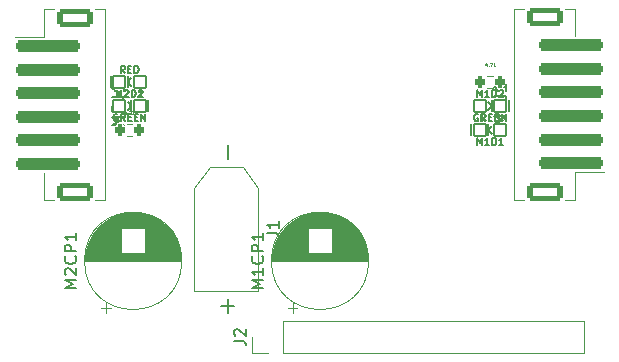
<source format=gto>
%TF.GenerationSoftware,KiCad,Pcbnew,(6.0.0-0)*%
%TF.CreationDate,2022-03-27T14:29:04+08:00*%
%TF.ProjectId,driver,64726976-6572-42e6-9b69-6361645f7063,rev?*%
%TF.SameCoordinates,Original*%
%TF.FileFunction,Legend,Top*%
%TF.FilePolarity,Positive*%
%FSLAX46Y46*%
G04 Gerber Fmt 4.6, Leading zero omitted, Abs format (unit mm)*
G04 Created by KiCad (PCBNEW (6.0.0-0)) date 2022-03-27 14:29:04*
%MOMM*%
%LPD*%
G01*
G04 APERTURE LIST*
G04 Aperture macros list*
%AMRoundRect*
0 Rectangle with rounded corners*
0 $1 Rounding radius*
0 $2 $3 $4 $5 $6 $7 $8 $9 X,Y pos of 4 corners*
0 Add a 4 corners polygon primitive as box body*
4,1,4,$2,$3,$4,$5,$6,$7,$8,$9,$2,$3,0*
0 Add four circle primitives for the rounded corners*
1,1,$1+$1,$2,$3*
1,1,$1+$1,$4,$5*
1,1,$1+$1,$6,$7*
1,1,$1+$1,$8,$9*
0 Add four rect primitives between the rounded corners*
20,1,$1+$1,$2,$3,$4,$5,0*
20,1,$1+$1,$4,$5,$6,$7,0*
20,1,$1+$1,$6,$7,$8,$9,0*
20,1,$1+$1,$8,$9,$2,$3,0*%
G04 Aperture macros list end*
%ADD10C,0.127000*%
%ADD11C,0.150000*%
%ADD12C,0.045000*%
%ADD13C,0.120000*%
%ADD14RoundRect,0.101600X-0.499110X0.499110X-0.499110X-0.499110X0.499110X-0.499110X0.499110X0.499110X0*%
%ADD15RoundRect,0.101600X0.499110X-0.499110X0.499110X0.499110X-0.499110X0.499110X-0.499110X-0.499110X0*%
%ADD16RoundRect,0.250000X2.500000X-0.250000X2.500000X0.250000X-2.500000X0.250000X-2.500000X-0.250000X0*%
%ADD17RoundRect,0.250000X1.250000X-0.550000X1.250000X0.550000X-1.250000X0.550000X-1.250000X-0.550000X0*%
%ADD18RoundRect,0.200000X0.200000X0.275000X-0.200000X0.275000X-0.200000X-0.275000X0.200000X-0.275000X0*%
%ADD19RoundRect,0.250000X-2.500000X0.250000X-2.500000X-0.250000X2.500000X-0.250000X2.500000X0.250000X0*%
%ADD20RoundRect,0.250000X-1.250000X0.550000X-1.250000X-0.550000X1.250000X-0.550000X1.250000X0.550000X0*%
%ADD21R,1.700000X1.700000*%
%ADD22O,1.700000X1.700000*%
%ADD23R,1.600000X1.600000*%
%ADD24C,1.600000*%
%ADD25R,3.800000X3.800000*%
%ADD26C,4.000000*%
G04 APERTURE END LIST*
D10*
%TO.C,M2D2*%
X152213128Y-103887971D02*
X152213128Y-103278371D01*
X152416328Y-103713800D01*
X152619528Y-103278371D01*
X152619528Y-103887971D01*
X152880785Y-103336428D02*
X152909814Y-103307400D01*
X152967871Y-103278371D01*
X153113014Y-103278371D01*
X153171071Y-103307400D01*
X153200100Y-103336428D01*
X153229128Y-103394485D01*
X153229128Y-103452542D01*
X153200100Y-103539628D01*
X152851757Y-103887971D01*
X153229128Y-103887971D01*
X153490385Y-103887971D02*
X153490385Y-103278371D01*
X153635528Y-103278371D01*
X153722614Y-103307400D01*
X153780671Y-103365457D01*
X153809700Y-103423514D01*
X153838728Y-103539628D01*
X153838728Y-103626714D01*
X153809700Y-103742828D01*
X153780671Y-103800885D01*
X153722614Y-103858942D01*
X153635528Y-103887971D01*
X153490385Y-103887971D01*
X154070957Y-103336428D02*
X154099985Y-103307400D01*
X154158042Y-103278371D01*
X154303185Y-103278371D01*
X154361242Y-103307400D01*
X154390271Y-103336428D01*
X154419300Y-103394485D01*
X154419300Y-103452542D01*
X154390271Y-103539628D01*
X154041928Y-103887971D01*
X154419300Y-103887971D01*
X152285700Y-105339400D02*
X152227642Y-105310371D01*
X152140557Y-105310371D01*
X152053471Y-105339400D01*
X151995414Y-105397457D01*
X151966385Y-105455514D01*
X151937357Y-105571628D01*
X151937357Y-105658714D01*
X151966385Y-105774828D01*
X151995414Y-105832885D01*
X152053471Y-105890942D01*
X152140557Y-105919971D01*
X152198614Y-105919971D01*
X152285700Y-105890942D01*
X152314728Y-105861914D01*
X152314728Y-105658714D01*
X152198614Y-105658714D01*
X152924328Y-105919971D02*
X152721128Y-105629685D01*
X152575985Y-105919971D02*
X152575985Y-105310371D01*
X152808214Y-105310371D01*
X152866271Y-105339400D01*
X152895300Y-105368428D01*
X152924328Y-105426485D01*
X152924328Y-105513571D01*
X152895300Y-105571628D01*
X152866271Y-105600657D01*
X152808214Y-105629685D01*
X152575985Y-105629685D01*
X153185585Y-105600657D02*
X153388785Y-105600657D01*
X153475871Y-105919971D02*
X153185585Y-105919971D01*
X153185585Y-105310371D01*
X153475871Y-105310371D01*
X153737128Y-105600657D02*
X153940328Y-105600657D01*
X154027414Y-105919971D02*
X153737128Y-105919971D01*
X153737128Y-105310371D01*
X154027414Y-105310371D01*
X154288671Y-105919971D02*
X154288671Y-105310371D01*
X154637014Y-105919971D01*
X154637014Y-105310371D01*
%TO.C,M2D1*%
X152213128Y-103887971D02*
X152213128Y-103278371D01*
X152416328Y-103713800D01*
X152619528Y-103278371D01*
X152619528Y-103887971D01*
X152880785Y-103336428D02*
X152909814Y-103307400D01*
X152967871Y-103278371D01*
X153113014Y-103278371D01*
X153171071Y-103307400D01*
X153200100Y-103336428D01*
X153229128Y-103394485D01*
X153229128Y-103452542D01*
X153200100Y-103539628D01*
X152851757Y-103887971D01*
X153229128Y-103887971D01*
X153490385Y-103887971D02*
X153490385Y-103278371D01*
X153635528Y-103278371D01*
X153722614Y-103307400D01*
X153780671Y-103365457D01*
X153809700Y-103423514D01*
X153838728Y-103539628D01*
X153838728Y-103626714D01*
X153809700Y-103742828D01*
X153780671Y-103800885D01*
X153722614Y-103858942D01*
X153635528Y-103887971D01*
X153490385Y-103887971D01*
X154419300Y-103887971D02*
X154070957Y-103887971D01*
X154245128Y-103887971D02*
X154245128Y-103278371D01*
X154187071Y-103365457D01*
X154129014Y-103423514D01*
X154070957Y-103452542D01*
X152909814Y-101855971D02*
X152706614Y-101565685D01*
X152561471Y-101855971D02*
X152561471Y-101246371D01*
X152793700Y-101246371D01*
X152851757Y-101275400D01*
X152880785Y-101304428D01*
X152909814Y-101362485D01*
X152909814Y-101449571D01*
X152880785Y-101507628D01*
X152851757Y-101536657D01*
X152793700Y-101565685D01*
X152561471Y-101565685D01*
X153171071Y-101536657D02*
X153374271Y-101536657D01*
X153461357Y-101855971D02*
X153171071Y-101855971D01*
X153171071Y-101246371D01*
X153461357Y-101246371D01*
X153722614Y-101855971D02*
X153722614Y-101246371D01*
X153867757Y-101246371D01*
X153954842Y-101275400D01*
X154012900Y-101333457D01*
X154041928Y-101391514D01*
X154070957Y-101507628D01*
X154070957Y-101594714D01*
X154041928Y-101710828D01*
X154012900Y-101768885D01*
X153954842Y-101826942D01*
X153867757Y-101855971D01*
X153722614Y-101855971D01*
%TO.C,M1D1*%
X182744428Y-107951971D02*
X182744428Y-107342371D01*
X182947628Y-107777800D01*
X183150828Y-107342371D01*
X183150828Y-107951971D01*
X183760428Y-107951971D02*
X183412085Y-107951971D01*
X183586257Y-107951971D02*
X183586257Y-107342371D01*
X183528200Y-107429457D01*
X183470142Y-107487514D01*
X183412085Y-107516542D01*
X184021685Y-107951971D02*
X184021685Y-107342371D01*
X184166828Y-107342371D01*
X184253914Y-107371400D01*
X184311971Y-107429457D01*
X184341000Y-107487514D01*
X184370028Y-107603628D01*
X184370028Y-107690714D01*
X184341000Y-107806828D01*
X184311971Y-107864885D01*
X184253914Y-107922942D01*
X184166828Y-107951971D01*
X184021685Y-107951971D01*
X184950600Y-107951971D02*
X184602257Y-107951971D01*
X184776428Y-107951971D02*
X184776428Y-107342371D01*
X184718371Y-107429457D01*
X184660314Y-107487514D01*
X184602257Y-107516542D01*
X183441114Y-105919971D02*
X183237914Y-105629685D01*
X183092771Y-105919971D02*
X183092771Y-105310371D01*
X183325000Y-105310371D01*
X183383057Y-105339400D01*
X183412085Y-105368428D01*
X183441114Y-105426485D01*
X183441114Y-105513571D01*
X183412085Y-105571628D01*
X183383057Y-105600657D01*
X183325000Y-105629685D01*
X183092771Y-105629685D01*
X183702371Y-105600657D02*
X183905571Y-105600657D01*
X183992657Y-105919971D02*
X183702371Y-105919971D01*
X183702371Y-105310371D01*
X183992657Y-105310371D01*
X184253914Y-105919971D02*
X184253914Y-105310371D01*
X184399057Y-105310371D01*
X184486142Y-105339400D01*
X184544200Y-105397457D01*
X184573228Y-105455514D01*
X184602257Y-105571628D01*
X184602257Y-105658714D01*
X184573228Y-105774828D01*
X184544200Y-105832885D01*
X184486142Y-105890942D01*
X184399057Y-105919971D01*
X184253914Y-105919971D01*
D11*
%TO.C,M1J1*%
X185202380Y-106162466D02*
X184202380Y-106162466D01*
X184916666Y-105829133D01*
X184202380Y-105495800D01*
X185202380Y-105495800D01*
X185202380Y-104495800D02*
X185202380Y-105067228D01*
X185202380Y-104781514D02*
X184202380Y-104781514D01*
X184345238Y-104876752D01*
X184440476Y-104971990D01*
X184488095Y-105067228D01*
X184202380Y-103781514D02*
X184916666Y-103781514D01*
X185059523Y-103829133D01*
X185154761Y-103924371D01*
X185202380Y-104067228D01*
X185202380Y-104162466D01*
X185202380Y-102781514D02*
X185202380Y-103352942D01*
X185202380Y-103067228D02*
X184202380Y-103067228D01*
X184345238Y-103162466D01*
X184440476Y-103257704D01*
X184488095Y-103352942D01*
D10*
%TO.C,M1D2*%
X182744428Y-103887971D02*
X182744428Y-103278371D01*
X182947628Y-103713800D01*
X183150828Y-103278371D01*
X183150828Y-103887971D01*
X183760428Y-103887971D02*
X183412085Y-103887971D01*
X183586257Y-103887971D02*
X183586257Y-103278371D01*
X183528200Y-103365457D01*
X183470142Y-103423514D01*
X183412085Y-103452542D01*
X184021685Y-103887971D02*
X184021685Y-103278371D01*
X184166828Y-103278371D01*
X184253914Y-103307400D01*
X184311971Y-103365457D01*
X184341000Y-103423514D01*
X184370028Y-103539628D01*
X184370028Y-103626714D01*
X184341000Y-103742828D01*
X184311971Y-103800885D01*
X184253914Y-103858942D01*
X184166828Y-103887971D01*
X184021685Y-103887971D01*
X184602257Y-103336428D02*
X184631285Y-103307400D01*
X184689342Y-103278371D01*
X184834485Y-103278371D01*
X184892542Y-103307400D01*
X184921571Y-103336428D01*
X184950600Y-103394485D01*
X184950600Y-103452542D01*
X184921571Y-103539628D01*
X184573228Y-103887971D01*
X184950600Y-103887971D01*
X182817000Y-105339400D02*
X182758942Y-105310371D01*
X182671857Y-105310371D01*
X182584771Y-105339400D01*
X182526714Y-105397457D01*
X182497685Y-105455514D01*
X182468657Y-105571628D01*
X182468657Y-105658714D01*
X182497685Y-105774828D01*
X182526714Y-105832885D01*
X182584771Y-105890942D01*
X182671857Y-105919971D01*
X182729914Y-105919971D01*
X182817000Y-105890942D01*
X182846028Y-105861914D01*
X182846028Y-105658714D01*
X182729914Y-105658714D01*
X183455628Y-105919971D02*
X183252428Y-105629685D01*
X183107285Y-105919971D02*
X183107285Y-105310371D01*
X183339514Y-105310371D01*
X183397571Y-105339400D01*
X183426600Y-105368428D01*
X183455628Y-105426485D01*
X183455628Y-105513571D01*
X183426600Y-105571628D01*
X183397571Y-105600657D01*
X183339514Y-105629685D01*
X183107285Y-105629685D01*
X183716885Y-105600657D02*
X183920085Y-105600657D01*
X184007171Y-105919971D02*
X183716885Y-105919971D01*
X183716885Y-105310371D01*
X184007171Y-105310371D01*
X184268428Y-105600657D02*
X184471628Y-105600657D01*
X184558714Y-105919971D02*
X184268428Y-105919971D01*
X184268428Y-105310371D01*
X184558714Y-105310371D01*
X184819971Y-105919971D02*
X184819971Y-105310371D01*
X185168314Y-105919971D01*
X185168314Y-105310371D01*
D12*
%TO.C,M1R0*%
X183554428Y-101101914D02*
X183554428Y-101301914D01*
X183483000Y-100987628D02*
X183411571Y-101201914D01*
X183597285Y-101201914D01*
X183711571Y-101273342D02*
X183725857Y-101287628D01*
X183711571Y-101301914D01*
X183697285Y-101287628D01*
X183711571Y-101273342D01*
X183711571Y-101301914D01*
X183825857Y-101001914D02*
X184025857Y-101001914D01*
X183897285Y-101301914D01*
X184140142Y-101301914D02*
X184140142Y-101001914D01*
X184168714Y-101187628D02*
X184254428Y-101301914D01*
X184254428Y-101101914D02*
X184140142Y-101216200D01*
%TO.C,M2R0*%
X153023128Y-105165914D02*
X153023128Y-105365914D01*
X152951700Y-105051628D02*
X152880271Y-105265914D01*
X153065985Y-105265914D01*
X153180271Y-105337342D02*
X153194557Y-105351628D01*
X153180271Y-105365914D01*
X153165985Y-105351628D01*
X153180271Y-105337342D01*
X153180271Y-105365914D01*
X153294557Y-105065914D02*
X153494557Y-105065914D01*
X153365985Y-105365914D01*
X153608842Y-105365914D02*
X153608842Y-105065914D01*
X153637414Y-105251628D02*
X153723128Y-105365914D01*
X153723128Y-105165914D02*
X153608842Y-105280200D01*
D11*
%TO.C,M2J1*%
X152798726Y-106223666D02*
X151798726Y-106223666D01*
X152513012Y-105890333D01*
X151798726Y-105557000D01*
X152798726Y-105557000D01*
X151893965Y-105128428D02*
X151846346Y-105080809D01*
X151798726Y-104985571D01*
X151798726Y-104747476D01*
X151846346Y-104652238D01*
X151893965Y-104604619D01*
X151989203Y-104557000D01*
X152084441Y-104557000D01*
X152227298Y-104604619D01*
X152798726Y-105176047D01*
X152798726Y-104557000D01*
X151798726Y-103842714D02*
X152513012Y-103842714D01*
X152655869Y-103890333D01*
X152751107Y-103985571D01*
X152798726Y-104128428D01*
X152798726Y-104223666D01*
X152798726Y-102842714D02*
X152798726Y-103414142D01*
X152798726Y-103128428D02*
X151798726Y-103128428D01*
X151941584Y-103223666D01*
X152036822Y-103318904D01*
X152084441Y-103414142D01*
%TO.C,J2*%
X162152580Y-124533333D02*
X162866866Y-124533333D01*
X163009723Y-124580952D01*
X163104961Y-124676190D01*
X163152580Y-124819047D01*
X163152580Y-124914285D01*
X162247819Y-124104761D02*
X162200200Y-124057142D01*
X162152580Y-123961904D01*
X162152580Y-123723809D01*
X162200200Y-123628571D01*
X162247819Y-123580952D01*
X162343057Y-123533333D01*
X162438295Y-123533333D01*
X162581152Y-123580952D01*
X163152580Y-124152380D01*
X163152580Y-123533333D01*
%TO.C,M2CP1*%
X148811798Y-120044365D02*
X147811798Y-120044365D01*
X148526084Y-119711031D01*
X147811798Y-119377698D01*
X148811798Y-119377698D01*
X147907037Y-118949127D02*
X147859418Y-118901508D01*
X147811798Y-118806270D01*
X147811798Y-118568174D01*
X147859418Y-118472936D01*
X147907037Y-118425317D01*
X148002275Y-118377698D01*
X148097513Y-118377698D01*
X148240370Y-118425317D01*
X148811798Y-118996746D01*
X148811798Y-118377698D01*
X148716560Y-117377698D02*
X148764179Y-117425317D01*
X148811798Y-117568174D01*
X148811798Y-117663412D01*
X148764179Y-117806270D01*
X148668941Y-117901508D01*
X148573703Y-117949127D01*
X148383227Y-117996746D01*
X148240370Y-117996746D01*
X148049894Y-117949127D01*
X147954656Y-117901508D01*
X147859418Y-117806270D01*
X147811798Y-117663412D01*
X147811798Y-117568174D01*
X147859418Y-117425317D01*
X147907037Y-117377698D01*
X148811798Y-116949127D02*
X147811798Y-116949127D01*
X147811798Y-116568174D01*
X147859418Y-116472936D01*
X147907037Y-116425317D01*
X148002275Y-116377698D01*
X148145132Y-116377698D01*
X148240370Y-116425317D01*
X148287989Y-116472936D01*
X148335608Y-116568174D01*
X148335608Y-116949127D01*
X148811798Y-115425317D02*
X148811798Y-115996746D01*
X148811798Y-115711031D02*
X147811798Y-115711031D01*
X147954656Y-115806270D01*
X148049894Y-115901508D01*
X148097513Y-115996746D01*
%TO.C,M1CP1*%
X164633380Y-120044365D02*
X163633380Y-120044365D01*
X164347666Y-119711031D01*
X163633380Y-119377698D01*
X164633380Y-119377698D01*
X164633380Y-118377698D02*
X164633380Y-118949127D01*
X164633380Y-118663412D02*
X163633380Y-118663412D01*
X163776238Y-118758651D01*
X163871476Y-118853889D01*
X163919095Y-118949127D01*
X164538142Y-117377698D02*
X164585761Y-117425317D01*
X164633380Y-117568174D01*
X164633380Y-117663412D01*
X164585761Y-117806270D01*
X164490523Y-117901508D01*
X164395285Y-117949127D01*
X164204809Y-117996746D01*
X164061952Y-117996746D01*
X163871476Y-117949127D01*
X163776238Y-117901508D01*
X163681000Y-117806270D01*
X163633380Y-117663412D01*
X163633380Y-117568174D01*
X163681000Y-117425317D01*
X163728619Y-117377698D01*
X164633380Y-116949127D02*
X163633380Y-116949127D01*
X163633380Y-116568174D01*
X163681000Y-116472936D01*
X163728619Y-116425317D01*
X163823857Y-116377698D01*
X163966714Y-116377698D01*
X164061952Y-116425317D01*
X164109571Y-116472936D01*
X164157190Y-116568174D01*
X164157190Y-116949127D01*
X164633380Y-115425317D02*
X164633380Y-115996746D01*
X164633380Y-115711031D02*
X163633380Y-115711031D01*
X163776238Y-115806270D01*
X163871476Y-115901508D01*
X163919095Y-115996746D01*
%TO.C,J1*%
X164949780Y-115395333D02*
X165664066Y-115395333D01*
X165806923Y-115442952D01*
X165902161Y-115538190D01*
X165949780Y-115681047D01*
X165949780Y-115776285D01*
X165949780Y-114395333D02*
X165949780Y-114966761D01*
X165949780Y-114681047D02*
X164949780Y-114681047D01*
X165092638Y-114776285D01*
X165187876Y-114871523D01*
X165235495Y-114966761D01*
X161604542Y-109133428D02*
X161604542Y-107990571D01*
X161604542Y-122133428D02*
X161604542Y-120990571D01*
X162175971Y-121562000D02*
X161033114Y-121562000D01*
D10*
%TO.C,M2D2*%
X153459180Y-104628200D02*
X153144220Y-104945700D01*
X154889200Y-104153220D02*
X154889200Y-105103180D01*
X153459180Y-104153220D02*
X153459180Y-104628200D01*
X153459180Y-104628200D02*
X153459180Y-105103180D01*
X153459180Y-104628200D02*
X153144220Y-104310700D01*
%TO.C,M2D1*%
X151714200Y-103071180D02*
X151714200Y-102121220D01*
X153144220Y-102596200D02*
X153459180Y-102278700D01*
X153144220Y-102596200D02*
X153459180Y-102913700D01*
X153144220Y-103071180D02*
X153144220Y-102596200D01*
X153144220Y-102596200D02*
X153144220Y-102121220D01*
%TO.C,M1D1*%
X183675520Y-106660200D02*
X183990480Y-106342700D01*
X183675520Y-107135180D02*
X183675520Y-106660200D01*
X183675520Y-106660200D02*
X183990480Y-106977700D01*
X182245500Y-107135180D02*
X182245500Y-106185220D01*
X183675520Y-106660200D02*
X183675520Y-106185220D01*
D13*
%TO.C,M1J1*%
X191060000Y-96410800D02*
X191060000Y-98735800D01*
X191060000Y-112580800D02*
X191060000Y-110255800D01*
X190210000Y-112580800D02*
X191060000Y-112580800D01*
X186690000Y-112580800D02*
X185840000Y-112580800D01*
X185840000Y-96410800D02*
X186690000Y-96410800D01*
X191060000Y-110255800D02*
X193450000Y-110255800D01*
X190210000Y-96410800D02*
X191060000Y-96410800D01*
X185840000Y-112580800D02*
X185840000Y-96410800D01*
D10*
%TO.C,M1D2*%
X185420500Y-104153220D02*
X185420500Y-105103180D01*
X183990480Y-104628200D02*
X183990480Y-105103180D01*
X183990480Y-104153220D02*
X183990480Y-104628200D01*
X183990480Y-104628200D02*
X183675520Y-104945700D01*
X183990480Y-104628200D02*
X183675520Y-104310700D01*
D13*
%TO.C,M1R0*%
X184070258Y-103118700D02*
X183595742Y-103118700D01*
X184070258Y-102073700D02*
X183595742Y-102073700D01*
%TO.C,M2R0*%
X153538958Y-107182700D02*
X153064442Y-107182700D01*
X153538958Y-106137700D02*
X153064442Y-106137700D01*
%TO.C,M2J1*%
X146036346Y-98797000D02*
X143646346Y-98797000D01*
X150406346Y-96472000D02*
X151256346Y-96472000D01*
X151256346Y-112642000D02*
X150406346Y-112642000D01*
X146036346Y-112642000D02*
X146036346Y-110317000D01*
X146886346Y-96472000D02*
X146036346Y-96472000D01*
X151256346Y-96472000D02*
X151256346Y-112642000D01*
X146036346Y-96472000D02*
X146036346Y-98797000D01*
X146886346Y-112642000D02*
X146036346Y-112642000D01*
%TO.C,J2*%
X166300200Y-125530000D02*
X191760200Y-125530000D01*
X166300200Y-122870000D02*
X191760200Y-122870000D01*
X165030200Y-125530000D02*
X163700200Y-125530000D01*
X166300200Y-125530000D02*
X166300200Y-122870000D01*
X191760200Y-125530000D02*
X191760200Y-122870000D01*
X163700200Y-125530000D02*
X163700200Y-124200000D01*
%TO.C,M2CP1*%
X150116418Y-115637651D02*
X152569418Y-115637651D01*
X151796418Y-114077651D02*
X155422418Y-114077651D01*
X149962418Y-115917651D02*
X152569418Y-115917651D01*
X150300418Y-115357651D02*
X152569418Y-115357651D01*
X150590418Y-114997651D02*
X152569418Y-114997651D01*
X150047418Y-115757651D02*
X152569418Y-115757651D01*
X149684418Y-116637651D02*
X152569418Y-116637651D01*
X154649418Y-116757651D02*
X157566418Y-116757651D01*
X150894418Y-121768349D02*
X151694418Y-121768349D01*
X151964418Y-113997651D02*
X155254418Y-113997651D01*
X154649418Y-115357651D02*
X156918418Y-115357651D01*
X150217418Y-115477651D02*
X152569418Y-115477651D01*
X154649418Y-115437651D02*
X156974418Y-115437651D01*
X149544418Y-117398651D02*
X157674418Y-117398651D01*
X149567418Y-117198651D02*
X157651418Y-117198651D01*
X154649418Y-115997651D02*
X157295418Y-115997651D01*
X151507418Y-114237651D02*
X155711418Y-114237651D01*
X150958418Y-114637651D02*
X156260418Y-114637651D01*
X149662418Y-116717651D02*
X152569418Y-116717651D01*
X150389418Y-115237651D02*
X152569418Y-115237651D01*
X150069418Y-115717651D02*
X152569418Y-115717651D01*
X149532418Y-117598651D02*
X157686418Y-117598651D01*
X154649418Y-115877651D02*
X157236418Y-115877651D01*
X149538418Y-117478651D02*
X157680418Y-117478651D01*
X149530418Y-117638651D02*
X157688418Y-117638651D01*
X149804418Y-116277651D02*
X152569418Y-116277651D01*
X150003418Y-115837651D02*
X152569418Y-115837651D01*
X150244418Y-115437651D02*
X152569418Y-115437651D01*
X149707418Y-116557651D02*
X152569418Y-116557651D01*
X154649418Y-115557651D02*
X157053418Y-115557651D01*
X151104418Y-114517651D02*
X156114418Y-114517651D01*
X154649418Y-115157651D02*
X156765418Y-115157651D01*
X154649418Y-115837651D02*
X157215418Y-115837651D01*
X149585418Y-117078651D02*
X157633418Y-117078651D01*
X151645418Y-114157651D02*
X155573418Y-114157651D01*
X149633418Y-116837651D02*
X152569418Y-116837651D01*
X154649418Y-115757651D02*
X157171418Y-115757651D01*
X149615418Y-116917651D02*
X152569418Y-116917651D01*
X149642418Y-116797651D02*
X152569418Y-116797651D01*
X149579418Y-117118651D02*
X157639418Y-117118651D01*
X154649418Y-116117651D02*
X157349418Y-116117651D01*
X151155418Y-114477651D02*
X156063418Y-114477651D01*
X154649418Y-115117651D02*
X156733418Y-115117651D01*
X154649418Y-115677651D02*
X157126418Y-115677651D01*
X154649418Y-116877651D02*
X157594418Y-116877651D01*
X149624418Y-116877651D02*
X152569418Y-116877651D01*
X152263418Y-113877651D02*
X154955418Y-113877651D01*
X154649418Y-114997651D02*
X156628418Y-114997651D01*
X149599418Y-116997651D02*
X152569418Y-116997651D01*
X150742418Y-114837651D02*
X156476418Y-114837651D01*
X149607418Y-116957651D02*
X152569418Y-116957651D01*
X150912418Y-114677651D02*
X156306418Y-114677651D01*
X154649418Y-115397651D02*
X156947418Y-115397651D01*
X152057418Y-113957651D02*
X155161418Y-113957651D01*
X154649418Y-115637651D02*
X157102418Y-115637651D01*
X149529418Y-117678651D02*
X157689418Y-117678651D01*
X154649418Y-115957651D02*
X157275418Y-115957651D01*
X154649418Y-115917651D02*
X157256418Y-115917651D01*
X151381418Y-114317651D02*
X155837418Y-114317651D01*
X150271418Y-115397651D02*
X152569418Y-115397651D01*
X149572418Y-117158651D02*
X157646418Y-117158651D01*
X149529418Y-117758651D02*
X157689418Y-117758651D01*
X154649418Y-116037651D02*
X157313418Y-116037651D01*
X154649418Y-116837651D02*
X157585418Y-116837651D01*
X152156418Y-113917651D02*
X155062418Y-113917651D01*
X151005418Y-114597651D02*
X156213418Y-114597651D01*
X149788418Y-116317651D02*
X152569418Y-116317651D01*
X154649418Y-116437651D02*
X157472418Y-116437651D01*
X154649418Y-115037651D02*
X156664418Y-115037651D01*
X150025418Y-115797651D02*
X152569418Y-115797651D01*
X149835418Y-116197651D02*
X152569418Y-116197651D01*
X154649418Y-116637651D02*
X157534418Y-116637651D01*
X151322418Y-114357651D02*
X155896418Y-114357651D01*
X149529418Y-117718651D02*
X157689418Y-117718651D01*
X154649418Y-115197651D02*
X156798418Y-115197651D01*
X154649418Y-115277651D02*
X156859418Y-115277651D01*
X149533418Y-117558651D02*
X157685418Y-117558651D01*
X150329418Y-115317651D02*
X152569418Y-115317651D01*
X150453418Y-115157651D02*
X152569418Y-115157651D01*
X150140418Y-115597651D02*
X152569418Y-115597651D01*
X152511418Y-113797651D02*
X154707418Y-113797651D01*
X149557418Y-117278651D02*
X157661418Y-117278651D01*
X154649418Y-115477651D02*
X157001418Y-115477651D01*
X150420418Y-115197651D02*
X152569418Y-115197651D01*
X150702418Y-114877651D02*
X156516418Y-114877651D01*
X150165418Y-115557651D02*
X152569418Y-115557651D01*
X151294418Y-122168349D02*
X151294418Y-121368349D01*
X149819418Y-116237651D02*
X152569418Y-116237651D01*
X154649418Y-116517651D02*
X157498418Y-116517651D01*
X151443418Y-114277651D02*
X155775418Y-114277651D01*
X154649418Y-115797651D02*
X157193418Y-115797651D01*
X154649418Y-115237651D02*
X156829418Y-115237651D01*
X151719418Y-114117651D02*
X155499418Y-114117651D01*
X154649418Y-116317651D02*
X157430418Y-116317651D01*
X149720418Y-116517651D02*
X152569418Y-116517651D01*
X151264418Y-114397651D02*
X155954418Y-114397651D01*
X151878418Y-114037651D02*
X155340418Y-114037651D01*
X154649418Y-116277651D02*
X157414418Y-116277651D01*
X149592418Y-117037651D02*
X152569418Y-117037651D01*
X154649418Y-116237651D02*
X157399418Y-116237651D01*
X154649418Y-115517651D02*
X157027418Y-115517651D01*
X150092418Y-115677651D02*
X152569418Y-115677651D01*
X154649418Y-116557651D02*
X157511418Y-116557651D01*
X154649418Y-116477651D02*
X157486418Y-116477651D01*
X154649418Y-116997651D02*
X157619418Y-116997651D01*
X154649418Y-116677651D02*
X157545418Y-116677651D01*
X149552418Y-117318651D02*
X157666418Y-117318651D01*
X149548418Y-117358651D02*
X157670418Y-117358651D01*
X151209418Y-114437651D02*
X156009418Y-114437651D01*
X152661418Y-113757651D02*
X154557418Y-113757651D01*
X149561418Y-117238651D02*
X157657418Y-117238651D01*
X150191418Y-115517651D02*
X152569418Y-115517651D01*
X150485418Y-115117651D02*
X152569418Y-115117651D01*
X149695418Y-116597651D02*
X152569418Y-116597651D01*
X149652418Y-116757651D02*
X152569418Y-116757651D01*
X154649418Y-115717651D02*
X157149418Y-115717651D01*
X154649418Y-116357651D02*
X157444418Y-116357651D01*
X149887418Y-116077651D02*
X152569418Y-116077651D01*
X150868418Y-114717651D02*
X156350418Y-114717651D01*
X152380418Y-113837651D02*
X154838418Y-113837651D01*
X149852418Y-116157651D02*
X152569418Y-116157651D01*
X154649418Y-116917651D02*
X157603418Y-116917651D01*
X154649418Y-115317651D02*
X156889418Y-115317651D01*
X150554418Y-115037651D02*
X152569418Y-115037651D01*
X150783418Y-114797651D02*
X156435418Y-114797651D01*
X149905418Y-116037651D02*
X152569418Y-116037651D01*
X149535418Y-117518651D02*
X157683418Y-117518651D01*
X150825418Y-114757651D02*
X156393418Y-114757651D01*
X154649418Y-115077651D02*
X156699418Y-115077651D01*
X152841418Y-113717651D02*
X154377418Y-113717651D01*
X154649418Y-116597651D02*
X157523418Y-116597651D01*
X150664418Y-114917651D02*
X156554418Y-114917651D01*
X154649418Y-116197651D02*
X157383418Y-116197651D01*
X149943418Y-115957651D02*
X152569418Y-115957651D01*
X149541418Y-117438651D02*
X157677418Y-117438651D01*
X151053418Y-114557651D02*
X156165418Y-114557651D01*
X149982418Y-115877651D02*
X152569418Y-115877651D01*
X151575418Y-114197651D02*
X155643418Y-114197651D01*
X154649418Y-116157651D02*
X157366418Y-116157651D01*
X150359418Y-115277651D02*
X152569418Y-115277651D01*
X149732418Y-116477651D02*
X152569418Y-116477651D01*
X154649418Y-115597651D02*
X157078418Y-115597651D01*
X154649418Y-117037651D02*
X157626418Y-117037651D01*
X149759418Y-116397651D02*
X152569418Y-116397651D01*
X154649418Y-116717651D02*
X157556418Y-116717651D01*
X154649418Y-116797651D02*
X157576418Y-116797651D01*
X149746418Y-116437651D02*
X152569418Y-116437651D01*
X149774418Y-116357651D02*
X152569418Y-116357651D01*
X149673418Y-116677651D02*
X152569418Y-116677651D01*
X149923418Y-115997651D02*
X152569418Y-115997651D01*
X154649418Y-116077651D02*
X157331418Y-116077651D01*
X153076418Y-113677651D02*
X154142418Y-113677651D01*
X154649418Y-116397651D02*
X157459418Y-116397651D01*
X149869418Y-116117651D02*
X152569418Y-116117651D01*
X150626418Y-114957651D02*
X156592418Y-114957651D01*
X154649418Y-116957651D02*
X157611418Y-116957651D01*
X150519418Y-115077651D02*
X152569418Y-115077651D01*
X157729418Y-117758651D02*
G75*
G03*
X157729418Y-117758651I-4120000J0D01*
G01*
%TO.C,M1CP1*%
X166827000Y-114597651D02*
X172035000Y-114597651D01*
X167329000Y-114237651D02*
X171533000Y-114237651D01*
X170471000Y-115237651D02*
X172651000Y-115237651D01*
X165529000Y-116557651D02*
X168391000Y-116557651D01*
X166181000Y-115277651D02*
X168391000Y-115277651D01*
X165351000Y-117678651D02*
X173511000Y-117678651D01*
X170471000Y-116637651D02*
X173356000Y-116637651D01*
X165370000Y-117358651D02*
X173492000Y-117358651D01*
X170471000Y-115957651D02*
X173097000Y-115957651D01*
X168663000Y-113717651D02*
X170199000Y-113717651D01*
X165987000Y-115557651D02*
X168391000Y-115557651D01*
X170471000Y-115117651D02*
X172555000Y-115117651D01*
X170471000Y-115637651D02*
X172924000Y-115637651D01*
X167978000Y-113917651D02*
X170884000Y-113917651D01*
X165581000Y-116397651D02*
X168391000Y-116397651D01*
X165691000Y-116117651D02*
X168391000Y-116117651D01*
X165421000Y-116997651D02*
X168391000Y-116997651D01*
X165657000Y-116197651D02*
X168391000Y-116197651D01*
X167879000Y-113957651D02*
X170983000Y-113957651D01*
X165351000Y-117758651D02*
X173511000Y-117758651D01*
X170471000Y-116677651D02*
X173367000Y-116677651D01*
X167265000Y-114277651D02*
X171597000Y-114277651D01*
X165446000Y-116877651D02*
X168391000Y-116877651D01*
X167541000Y-114117651D02*
X171321000Y-114117651D01*
X170471000Y-115597651D02*
X172900000Y-115597651D01*
X165962000Y-115597651D02*
X168391000Y-115597651D01*
X165727000Y-116037651D02*
X168391000Y-116037651D01*
X170471000Y-115917651D02*
X173078000Y-115917651D01*
X165355000Y-117558651D02*
X173507000Y-117558651D01*
X165568000Y-116437651D02*
X168391000Y-116437651D01*
X170471000Y-115517651D02*
X172849000Y-115517651D01*
X165379000Y-117278651D02*
X173483000Y-117278651D01*
X165401000Y-117118651D02*
X173461000Y-117118651D01*
X170471000Y-116797651D02*
X173398000Y-116797651D01*
X165429000Y-116957651D02*
X168391000Y-116957651D01*
X166690000Y-114717651D02*
X172172000Y-114717651D01*
X170471000Y-115757651D02*
X172993000Y-115757651D01*
X166013000Y-115517651D02*
X168391000Y-115517651D01*
X165366000Y-117398651D02*
X173496000Y-117398651D01*
X165455000Y-116837651D02*
X168391000Y-116837651D01*
X167618000Y-114077651D02*
X171244000Y-114077651D01*
X170471000Y-115157651D02*
X172587000Y-115157651D01*
X170471000Y-116277651D02*
X173236000Y-116277651D01*
X165407000Y-117078651D02*
X173455000Y-117078651D01*
X170471000Y-114997651D02*
X172450000Y-114997651D01*
X166093000Y-115397651D02*
X168391000Y-115397651D01*
X170471000Y-116717651D02*
X173378000Y-116717651D01*
X166066000Y-115437651D02*
X168391000Y-115437651D01*
X165784000Y-115917651D02*
X168391000Y-115917651D01*
X170471000Y-115557651D02*
X172875000Y-115557651D01*
X170471000Y-115877651D02*
X173058000Y-115877651D01*
X170471000Y-116037651D02*
X173135000Y-116037651D01*
X166734000Y-114677651D02*
X172128000Y-114677651D01*
X170471000Y-116437651D02*
X173294000Y-116437651D01*
X165474000Y-116757651D02*
X168391000Y-116757651D01*
X165914000Y-115677651D02*
X168391000Y-115677651D01*
X165383000Y-117238651D02*
X173479000Y-117238651D01*
X167467000Y-114157651D02*
X171395000Y-114157651D01*
X170471000Y-116757651D02*
X173388000Y-116757651D01*
X165674000Y-116157651D02*
X168391000Y-116157651D01*
X165765000Y-115957651D02*
X168391000Y-115957651D01*
X165360000Y-117478651D02*
X173502000Y-117478651D01*
X165357000Y-117518651D02*
X173505000Y-117518651D01*
X165354000Y-117598651D02*
X173508000Y-117598651D01*
X165869000Y-115757651D02*
X168391000Y-115757651D01*
X165351000Y-117718651D02*
X173511000Y-117718651D01*
X170471000Y-115437651D02*
X172796000Y-115437651D01*
X166307000Y-115117651D02*
X168391000Y-115117651D01*
X166151000Y-115317651D02*
X168391000Y-115317651D01*
X170471000Y-116837651D02*
X173407000Y-116837651D01*
X165596000Y-116357651D02*
X168391000Y-116357651D01*
X168333000Y-113797651D02*
X170529000Y-113797651D01*
X167700000Y-114037651D02*
X171162000Y-114037651D01*
X170471000Y-115317651D02*
X172711000Y-115317651D01*
X165542000Y-116517651D02*
X168391000Y-116517651D01*
X165495000Y-116677651D02*
X168391000Y-116677651D01*
X166275000Y-115157651D02*
X168391000Y-115157651D01*
X166122000Y-115357651D02*
X168391000Y-115357651D01*
X170471000Y-115797651D02*
X173015000Y-115797651D01*
X170471000Y-117037651D02*
X173448000Y-117037651D01*
X170471000Y-115997651D02*
X173117000Y-115997651D01*
X170471000Y-116397651D02*
X173281000Y-116397651D01*
X166341000Y-115077651D02*
X168391000Y-115077651D01*
X165374000Y-117318651D02*
X173488000Y-117318651D01*
X167144000Y-114357651D02*
X171718000Y-114357651D01*
X167031000Y-114437651D02*
X171831000Y-114437651D01*
X170471000Y-116357651D02*
X173266000Y-116357651D01*
X165847000Y-115797651D02*
X168391000Y-115797651D01*
X166412000Y-114997651D02*
X168391000Y-114997651D01*
X170471000Y-116317651D02*
X173252000Y-116317651D01*
X170471000Y-116997651D02*
X173441000Y-116997651D01*
X165891000Y-115717651D02*
X168391000Y-115717651D01*
X166605000Y-114797651D02*
X172257000Y-114797651D01*
X165506000Y-116637651D02*
X168391000Y-116637651D01*
X166524000Y-114877651D02*
X172338000Y-114877651D01*
X170471000Y-116557651D02*
X173333000Y-116557651D01*
X168085000Y-113877651D02*
X170777000Y-113877651D01*
X170471000Y-115717651D02*
X172971000Y-115717651D01*
X170471000Y-116597651D02*
X173345000Y-116597651D01*
X170471000Y-115277651D02*
X172681000Y-115277651D01*
X170471000Y-116157651D02*
X173188000Y-116157651D01*
X165363000Y-117438651D02*
X173499000Y-117438651D01*
X170471000Y-115077651D02*
X172521000Y-115077651D01*
X168898000Y-113677651D02*
X169964000Y-113677651D01*
X170471000Y-116877651D02*
X173416000Y-116877651D01*
X170471000Y-115357651D02*
X172740000Y-115357651D01*
X168202000Y-113837651D02*
X170660000Y-113837651D01*
X165709000Y-116077651D02*
X168391000Y-116077651D01*
X170471000Y-116917651D02*
X173425000Y-116917651D01*
X166564000Y-114837651D02*
X172298000Y-114837651D01*
X165352000Y-117638651D02*
X173510000Y-117638651D01*
X170471000Y-115477651D02*
X172823000Y-115477651D01*
X166486000Y-114917651D02*
X172376000Y-114917651D01*
X165414000Y-117037651D02*
X168391000Y-117037651D01*
X165626000Y-116277651D02*
X168391000Y-116277651D01*
X165464000Y-116797651D02*
X168391000Y-116797651D01*
X170471000Y-115837651D02*
X173037000Y-115837651D01*
X165610000Y-116317651D02*
X168391000Y-116317651D01*
X166039000Y-115477651D02*
X168391000Y-115477651D01*
X166376000Y-115037651D02*
X168391000Y-115037651D01*
X166780000Y-114637651D02*
X172082000Y-114637651D01*
X166926000Y-114517651D02*
X171936000Y-114517651D01*
X167086000Y-114397651D02*
X171776000Y-114397651D01*
X168483000Y-113757651D02*
X170379000Y-113757651D01*
X170471000Y-116517651D02*
X173320000Y-116517651D01*
X170471000Y-115677651D02*
X172948000Y-115677651D01*
X165437000Y-116917651D02*
X168391000Y-116917651D01*
X170471000Y-116477651D02*
X173308000Y-116477651D01*
X166716000Y-121768349D02*
X167516000Y-121768349D01*
X165394000Y-117158651D02*
X173468000Y-117158651D01*
X170471000Y-116077651D02*
X173153000Y-116077651D01*
X165938000Y-115637651D02*
X168391000Y-115637651D01*
X170471000Y-115037651D02*
X172486000Y-115037651D01*
X170471000Y-116957651D02*
X173433000Y-116957651D01*
X170471000Y-115197651D02*
X172620000Y-115197651D01*
X166875000Y-114557651D02*
X171987000Y-114557651D01*
X165825000Y-115837651D02*
X168391000Y-115837651D01*
X170471000Y-116117651D02*
X173171000Y-116117651D01*
X166977000Y-114477651D02*
X171885000Y-114477651D01*
X170471000Y-116197651D02*
X173205000Y-116197651D01*
X167203000Y-114317651D02*
X171659000Y-114317651D01*
X165389000Y-117198651D02*
X173473000Y-117198651D01*
X167786000Y-113997651D02*
X171076000Y-113997651D01*
X166448000Y-114957651D02*
X172414000Y-114957651D01*
X165554000Y-116477651D02*
X168391000Y-116477651D01*
X165641000Y-116237651D02*
X168391000Y-116237651D01*
X165517000Y-116597651D02*
X168391000Y-116597651D01*
X166211000Y-115237651D02*
X168391000Y-115237651D01*
X170471000Y-116237651D02*
X173221000Y-116237651D01*
X165804000Y-115877651D02*
X168391000Y-115877651D01*
X167397000Y-114197651D02*
X171465000Y-114197651D01*
X165484000Y-116717651D02*
X168391000Y-116717651D01*
X165745000Y-115997651D02*
X168391000Y-115997651D01*
X167116000Y-122168349D02*
X167116000Y-121368349D01*
X170471000Y-115397651D02*
X172769000Y-115397651D01*
X166647000Y-114757651D02*
X172215000Y-114757651D01*
X166242000Y-115197651D02*
X168391000Y-115197651D01*
X173551000Y-117758651D02*
G75*
G03*
X173551000Y-117758651I-4120000J0D01*
G01*
%TO.C,J1*%
X160087400Y-109852000D02*
X158787400Y-111552000D01*
X158787400Y-111552000D02*
X158787400Y-120272000D01*
X164207400Y-111552000D02*
X164207400Y-120272000D01*
X164207400Y-120272000D02*
X158787400Y-120272000D01*
X162907400Y-109852000D02*
X160087400Y-109852000D01*
X162907400Y-109852000D02*
X164207400Y-111552000D01*
%TD*%
%LPC*%
D14*
%TO.C,M2D2*%
X154178000Y-104628200D03*
X152425400Y-104628200D03*
%TD*%
D15*
%TO.C,M2D1*%
X152425400Y-102596200D03*
X154178000Y-102596200D03*
%TD*%
%TO.C,M1D1*%
X182956700Y-106660200D03*
X184709300Y-106660200D03*
%TD*%
D16*
%TO.C,M1J1*%
X190700000Y-109495800D03*
X190700000Y-107495800D03*
X190700000Y-105495800D03*
X190700000Y-103495800D03*
X190700000Y-101495800D03*
X190700000Y-99495800D03*
D17*
X188450000Y-97095800D03*
X188450000Y-111895800D03*
%TD*%
D14*
%TO.C,M1D2*%
X184709300Y-104628200D03*
X182956700Y-104628200D03*
%TD*%
D18*
%TO.C,M1R0*%
X184658000Y-102596200D03*
X183008000Y-102596200D03*
%TD*%
%TO.C,M2R0*%
X154126700Y-106660200D03*
X152476700Y-106660200D03*
%TD*%
D19*
%TO.C,M2J1*%
X146396346Y-99557000D03*
X146396346Y-101557000D03*
X146396346Y-103557000D03*
X146396346Y-105557000D03*
X146396346Y-107557000D03*
X146396346Y-109557000D03*
D20*
X148646346Y-111957000D03*
X148646346Y-97157000D03*
%TD*%
D21*
%TO.C,J2*%
X165030200Y-124200000D03*
D22*
X167570200Y-124200000D03*
X170110200Y-124200000D03*
X172650200Y-124200000D03*
X175190200Y-124200000D03*
X177730200Y-124200000D03*
X180270200Y-124200000D03*
X182810200Y-124200000D03*
X185350200Y-124200000D03*
X187890200Y-124200000D03*
X190430200Y-124200000D03*
%TD*%
D23*
%TO.C,M2CP1*%
X153609418Y-119508651D03*
D24*
X153609418Y-116008651D03*
%TD*%
D23*
%TO.C,M1CP1*%
X169431000Y-119508651D03*
D24*
X169431000Y-116008651D03*
%TD*%
D25*
%TO.C,J1*%
X161497400Y-112562000D03*
D26*
X161497400Y-117562000D03*
%TD*%
M02*

</source>
